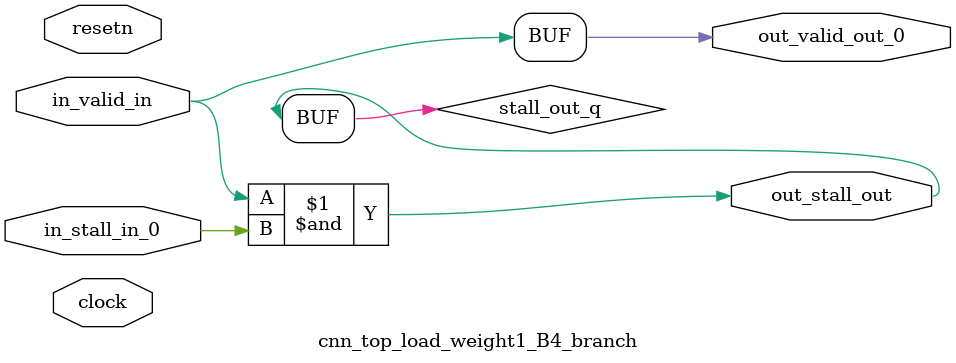
<source format=sv>



(* altera_attribute = "-name AUTO_SHIFT_REGISTER_RECOGNITION OFF; -name MESSAGE_DISABLE 10036; -name MESSAGE_DISABLE 10037; -name MESSAGE_DISABLE 14130; -name MESSAGE_DISABLE 14320; -name MESSAGE_DISABLE 15400; -name MESSAGE_DISABLE 14130; -name MESSAGE_DISABLE 10036; -name MESSAGE_DISABLE 12020; -name MESSAGE_DISABLE 12030; -name MESSAGE_DISABLE 12010; -name MESSAGE_DISABLE 12110; -name MESSAGE_DISABLE 14320; -name MESSAGE_DISABLE 13410; -name MESSAGE_DISABLE 113007; -name MESSAGE_DISABLE 10958" *)
module cnn_top_load_weight1_B4_branch (
    input wire [0:0] in_stall_in_0,
    input wire [0:0] in_valid_in,
    output wire [0:0] out_stall_out,
    output wire [0:0] out_valid_out_0,
    input wire clock,
    input wire resetn
    );

    wire [0:0] stall_out_q;


    // stall_out(LOGICAL,6)
    assign stall_out_q = in_valid_in & in_stall_in_0;

    // out_stall_out(GPOUT,4)
    assign out_stall_out = stall_out_q;

    // out_valid_out_0(GPOUT,5)
    assign out_valid_out_0 = in_valid_in;

endmodule

</source>
